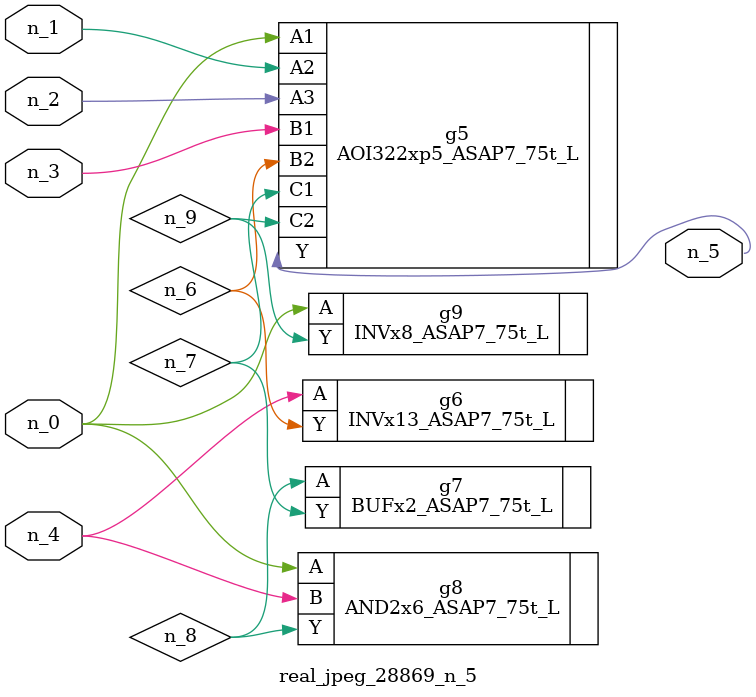
<source format=v>
module real_jpeg_28869_n_5 (n_4, n_0, n_1, n_2, n_3, n_5);

input n_4;
input n_0;
input n_1;
input n_2;
input n_3;

output n_5;

wire n_8;
wire n_6;
wire n_7;
wire n_9;

AOI322xp5_ASAP7_75t_L g5 ( 
.A1(n_0),
.A2(n_1),
.A3(n_2),
.B1(n_3),
.B2(n_6),
.C1(n_7),
.C2(n_9),
.Y(n_5)
);

AND2x6_ASAP7_75t_L g8 ( 
.A(n_0),
.B(n_4),
.Y(n_8)
);

INVx8_ASAP7_75t_L g9 ( 
.A(n_0),
.Y(n_9)
);

INVx13_ASAP7_75t_L g6 ( 
.A(n_4),
.Y(n_6)
);

BUFx2_ASAP7_75t_L g7 ( 
.A(n_8),
.Y(n_7)
);


endmodule
</source>
